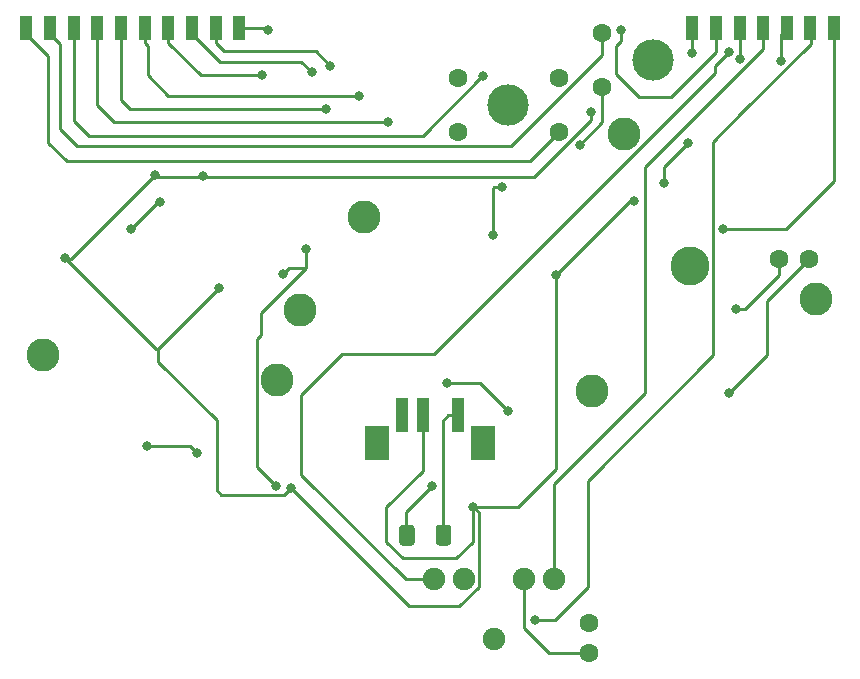
<source format=gbr>
G04 #@! TF.GenerationSoftware,KiCad,Pcbnew,5.1.9+dfsg1-1*
G04 #@! TF.CreationDate,2021-11-24T09:04:39+00:00*
G04 #@! TF.ProjectId,gbc_retrozero_buttons_led,6762635f-7265-4747-926f-7a65726f5f62,rev?*
G04 #@! TF.SameCoordinates,Original*
G04 #@! TF.FileFunction,Copper,L2,Bot*
G04 #@! TF.FilePolarity,Positive*
%FSLAX46Y46*%
G04 Gerber Fmt 4.6, Leading zero omitted, Abs format (unit mm)*
G04 Created by KiCad (PCBNEW 5.1.9+dfsg1-1) date 2021-11-24 09:04:39*
%MOMM*%
%LPD*%
G01*
G04 APERTURE LIST*
G04 #@! TA.AperFunction,ComponentPad*
%ADD10C,2.800000*%
G04 #@! TD*
G04 #@! TA.AperFunction,ComponentPad*
%ADD11C,3.300000*%
G04 #@! TD*
G04 #@! TA.AperFunction,ComponentPad*
%ADD12C,1.900000*%
G04 #@! TD*
G04 #@! TA.AperFunction,ComponentPad*
%ADD13C,1.600000*%
G04 #@! TD*
G04 #@! TA.AperFunction,ComponentPad*
%ADD14C,3.500000*%
G04 #@! TD*
G04 #@! TA.AperFunction,SMDPad,CuDef*
%ADD15R,1.000000X2.000000*%
G04 #@! TD*
G04 #@! TA.AperFunction,SMDPad,CuDef*
%ADD16R,1.000000X3.000000*%
G04 #@! TD*
G04 #@! TA.AperFunction,SMDPad,CuDef*
%ADD17R,2.000000X3.000000*%
G04 #@! TD*
G04 #@! TA.AperFunction,ViaPad*
%ADD18C,0.800000*%
G04 #@! TD*
G04 #@! TA.AperFunction,Conductor*
%ADD19C,0.250000*%
G04 #@! TD*
G04 APERTURE END LIST*
D10*
X222917300Y-91088460D03*
X241840300Y-83341460D03*
X225584300Y-69371460D03*
X203613300Y-76356460D03*
X198215800Y-84230460D03*
X176435300Y-88040460D03*
D11*
X231185000Y-80550000D03*
D10*
X196260000Y-90202000D03*
D12*
X214578480Y-112132360D03*
X212038480Y-107052360D03*
X209498480Y-107052360D03*
X217118480Y-107052360D03*
X219658480Y-107052360D03*
D13*
X238709200Y-79959200D03*
X241249200Y-79959200D03*
X211582000Y-69215000D03*
X211582000Y-64643000D03*
X220091000Y-69215000D03*
X220091000Y-64643000D03*
D14*
X215773000Y-66929000D03*
D13*
X223774000Y-60833000D03*
X223774000Y-65405000D03*
D14*
X228092000Y-63119000D03*
D15*
X181034720Y-60370000D03*
X183036240Y-60370000D03*
X185037760Y-60370000D03*
X187044360Y-60370000D03*
X189045880Y-60370000D03*
X179033200Y-60370000D03*
X191047400Y-60370000D03*
X193048920Y-60370000D03*
X177026600Y-60370000D03*
X175020000Y-60370000D03*
D13*
X222656400Y-113322100D03*
X222656400Y-110782100D03*
D15*
X235402120Y-60375800D03*
X237403640Y-60375800D03*
X239405160Y-60375800D03*
X241406680Y-60375800D03*
X243408200Y-60375800D03*
X233400600Y-60375800D03*
X231394000Y-60375800D03*
G04 #@! TA.AperFunction,SMDPad,CuDef*
G36*
G01*
X210987400Y-102692039D02*
X210987400Y-103942041D01*
G75*
G02*
X210737401Y-104192040I-249999J0D01*
G01*
X209937399Y-104192040D01*
G75*
G02*
X209687400Y-103942041I0J249999D01*
G01*
X209687400Y-102692039D01*
G75*
G02*
X209937399Y-102442040I249999J0D01*
G01*
X210737401Y-102442040D01*
G75*
G02*
X210987400Y-102692039I0J-249999D01*
G01*
G37*
G04 #@! TD.AperFunction*
G04 #@! TA.AperFunction,SMDPad,CuDef*
G36*
G01*
X207887400Y-102692039D02*
X207887400Y-103942041D01*
G75*
G02*
X207637401Y-104192040I-249999J0D01*
G01*
X206837399Y-104192040D01*
G75*
G02*
X206587400Y-103942041I0J249999D01*
G01*
X206587400Y-102692039D01*
G75*
G02*
X206837399Y-102442040I249999J0D01*
G01*
X207637401Y-102442040D01*
G75*
G02*
X207887400Y-102692039I0J-249999D01*
G01*
G37*
G04 #@! TD.AperFunction*
D16*
X211571840Y-93169740D03*
X206860140Y-93169740D03*
X208561940Y-93169740D03*
D17*
X213705440Y-95549720D03*
X204739240Y-95519240D03*
D18*
X195465700Y-60566300D03*
X218122500Y-110464600D03*
X234467400Y-62445900D03*
X238899700Y-63182500D03*
X200761600Y-63563500D03*
X199199500Y-64109600D03*
X195008500Y-64363600D03*
X213677500Y-64427100D03*
X205651100Y-68326000D03*
X200418700Y-67208400D03*
X203174600Y-66116200D03*
X234505500Y-91274900D03*
X235458000Y-62992000D03*
X225348800Y-60502800D03*
X235064300Y-84137500D03*
X221856300Y-70269100D03*
X185267600Y-95745300D03*
X189433200Y-96329500D03*
X233997500Y-77381100D03*
X210629500Y-90436700D03*
X215773000Y-92760800D03*
X209359500Y-99160500D03*
X231368600Y-62458600D03*
X183896000Y-77393800D03*
X186359800Y-75095100D03*
X196151500Y-99148900D03*
X215290400Y-73825100D03*
X214515700Y-77939900D03*
X198653400Y-79070200D03*
X196748400Y-81229200D03*
X222821500Y-67462400D03*
X185915300Y-72783700D03*
X197408800Y-99301300D03*
X212813900Y-100888800D03*
X219887800Y-81267300D03*
X226490002Y-74993500D03*
X228968300Y-73482200D03*
X231013000Y-70078600D03*
X178308000Y-79857600D03*
X191350900Y-82346800D03*
X190003003Y-72886997D03*
D19*
X193048920Y-60370000D02*
X195269400Y-60370000D01*
X195269400Y-60370000D02*
X195465700Y-60566300D01*
X217118480Y-107052360D02*
X217118480Y-111149680D01*
X219290900Y-113322100D02*
X222656400Y-113322100D01*
X217118480Y-111149680D02*
X219290900Y-113322100D01*
X241408480Y-61746722D02*
X235642002Y-67513200D01*
X241408480Y-60370000D02*
X241408480Y-61746722D01*
X233160001Y-88087597D02*
X222554800Y-98692798D01*
X235642002Y-67513200D02*
X233160001Y-69995201D01*
X233160001Y-69995201D02*
X233160001Y-88087597D01*
X222554800Y-98692798D02*
X222554800Y-107708700D01*
X222554800Y-107708700D02*
X219798900Y-110464600D01*
X219798900Y-110464600D02*
X218122500Y-110464600D01*
X209498480Y-88010282D02*
X233286300Y-64222462D01*
X233286300Y-64222462D02*
X233286300Y-63627000D01*
X233286300Y-63627000D02*
X234467400Y-62445900D01*
X238899700Y-60877260D02*
X239406960Y-60370000D01*
X238899700Y-63182500D02*
X238899700Y-60877260D01*
X209498480Y-88010282D02*
X201727518Y-88010282D01*
X201727518Y-88010282D02*
X198297800Y-91440000D01*
X198297800Y-91440000D02*
X198297800Y-98183700D01*
X207166460Y-107052360D02*
X209498480Y-107052360D01*
X198297800Y-98183700D02*
X207166460Y-107052360D01*
X191047400Y-61620000D02*
X191771700Y-62344300D01*
X191047400Y-60370000D02*
X191047400Y-61620000D01*
X191771700Y-62344300D02*
X199542400Y-62344300D01*
X199542400Y-62344300D02*
X200761600Y-63563500D01*
X189045880Y-60870000D02*
X191396480Y-63220600D01*
X189045880Y-60370000D02*
X189045880Y-60870000D01*
X191396480Y-63220600D02*
X198310500Y-63220600D01*
X198310500Y-63220600D02*
X199199500Y-64109600D01*
X190954478Y-64363600D02*
X195008500Y-64363600D01*
X189787960Y-64363600D02*
X190954478Y-64363600D01*
X187044360Y-61620000D02*
X189787960Y-64363600D01*
X187044360Y-60370000D02*
X187044360Y-61620000D01*
X179033200Y-60370000D02*
X179033200Y-68213000D01*
X179033200Y-68213000D02*
X180314600Y-69494400D01*
X180314600Y-69494400D02*
X208559400Y-69494400D01*
X208559400Y-69494400D02*
X213626700Y-64427100D01*
X213626700Y-64427100D02*
X213677500Y-64427100D01*
X181034720Y-60370000D02*
X181034720Y-66912520D01*
X181034720Y-66912520D02*
X182448200Y-68326000D01*
X182448200Y-68326000D02*
X205651100Y-68326000D01*
X183036240Y-60370000D02*
X183036240Y-66475640D01*
X183036240Y-66475640D02*
X183769000Y-67208400D01*
X183769000Y-67208400D02*
X200418700Y-67208400D01*
X185037760Y-61620000D02*
X185293000Y-61875240D01*
X185037760Y-60370000D02*
X185037760Y-61620000D01*
X185293000Y-61875240D02*
X185293000Y-64389000D01*
X187020200Y-66116200D02*
X191719200Y-66116200D01*
X185293000Y-64389000D02*
X187020200Y-66116200D01*
X191719200Y-66116200D02*
X203174600Y-66116200D01*
X219658480Y-98997220D02*
X219658480Y-107052360D01*
X227418900Y-72104102D02*
X227418900Y-91236800D01*
X237405440Y-60370000D02*
X237405440Y-62117562D01*
X227418900Y-91236800D02*
X219658480Y-98997220D01*
X237405440Y-62117562D02*
X227418900Y-72104102D01*
X241249200Y-79959200D02*
X237693200Y-83515200D01*
X237693200Y-88087200D02*
X234505500Y-91274900D01*
X237693200Y-83515200D02*
X237693200Y-88087200D01*
X235458000Y-60424080D02*
X235403920Y-60370000D01*
X235458000Y-62992000D02*
X235458000Y-60424080D01*
X233400600Y-60375800D02*
X233400600Y-62382400D01*
X233400600Y-62382400D02*
X229565200Y-66217800D01*
X229565200Y-66217800D02*
X226872800Y-66217800D01*
X226872800Y-66217800D02*
X224917000Y-64262000D01*
X224917000Y-64262000D02*
X224917000Y-61887100D01*
X225348800Y-61455300D02*
X225348800Y-60502800D01*
X224917000Y-61887100D02*
X225348800Y-61455300D01*
X217639900Y-71666100D02*
X220091000Y-69215000D01*
X176872900Y-70116700D02*
X178422300Y-71666100D01*
X176872900Y-62722900D02*
X176872900Y-70116700D01*
X175020000Y-60870000D02*
X176872900Y-62722900D01*
X178422300Y-71666100D02*
X217639900Y-71666100D01*
X175020000Y-60370000D02*
X175020000Y-60870000D01*
X177026600Y-60370000D02*
X177026600Y-60870000D01*
X177026600Y-60870000D02*
X177888900Y-61732300D01*
X177888900Y-61732300D02*
X177888900Y-68935600D01*
X223774000Y-61964370D02*
X223774000Y-60833000D01*
X223774000Y-62625002D02*
X223774000Y-61964370D01*
X216059001Y-70340001D02*
X223774000Y-62625002D01*
X179293301Y-70340001D02*
X216059001Y-70340001D01*
X177888900Y-68935600D02*
X179293301Y-70340001D01*
X238709200Y-79959200D02*
X238709200Y-81254600D01*
X235826300Y-84137500D02*
X235064300Y-84137500D01*
X238709200Y-81254600D02*
X235826300Y-84137500D01*
X223774000Y-65405000D02*
X223774000Y-68351400D01*
X223774000Y-68351400D02*
X221856300Y-70269100D01*
X185267600Y-95745300D02*
X188849000Y-95745300D01*
X188849000Y-95745300D02*
X189433200Y-96329500D01*
X243408200Y-60375800D02*
X243408200Y-73304400D01*
X243408200Y-73304400D02*
X239331500Y-77381100D01*
X235610400Y-77381100D02*
X233997500Y-77381100D01*
X239331500Y-77381100D02*
X235610400Y-77381100D01*
X213448900Y-90436700D02*
X215773000Y-92760800D01*
X210629500Y-90436700D02*
X213448900Y-90436700D01*
X207161200Y-103240840D02*
X207237400Y-103317040D01*
X207161200Y-101358800D02*
X207161200Y-103240840D01*
X209359500Y-99160500D02*
X207161200Y-101358800D01*
X231394000Y-62433200D02*
X231368600Y-62458600D01*
X231394000Y-60375800D02*
X231394000Y-62433200D01*
X186194700Y-75095100D02*
X186359800Y-75095100D01*
X183896000Y-77393800D02*
X186194700Y-75095100D01*
X194534999Y-86681101D02*
X194881500Y-86334600D01*
X194534999Y-97532399D02*
X194534999Y-86681101D01*
X196151500Y-99148900D02*
X194534999Y-97532399D01*
X214591900Y-73825100D02*
X215290400Y-73825100D01*
X214515700Y-73901300D02*
X214591900Y-73825100D01*
X214515700Y-77939900D02*
X214515700Y-73901300D01*
X194881500Y-86334600D02*
X194881500Y-84505800D01*
X198653400Y-80733900D02*
X198653400Y-79070200D01*
X197650100Y-81737200D02*
X197662800Y-81737200D01*
X197662800Y-81737200D02*
X197688200Y-81711800D01*
X194881500Y-84505800D02*
X197650100Y-81737200D01*
X197650100Y-81737200D02*
X198653400Y-80733900D01*
X197243700Y-80733900D02*
X198653400Y-80733900D01*
X196748400Y-81229200D02*
X197243700Y-80733900D01*
X217971402Y-72999600D02*
X214020400Y-72999600D01*
X222821500Y-68149502D02*
X217971402Y-72999600D01*
X222821500Y-67462400D02*
X222821500Y-68149502D01*
X186131200Y-72999600D02*
X185915300Y-72783700D01*
X196836199Y-99873901D02*
X191504401Y-99873901D01*
X197408800Y-99301300D02*
X196836199Y-99873901D01*
X191504401Y-99873901D02*
X191122300Y-99491800D01*
X191122300Y-93599000D02*
X186169300Y-88646000D01*
X191122300Y-99491800D02*
X191122300Y-93599000D01*
X197408800Y-99301300D02*
X207403700Y-109296200D01*
X213313481Y-101388381D02*
X212813900Y-100888800D01*
X213313481Y-107664361D02*
X213313481Y-101388381D01*
X211681642Y-109296200D02*
X213313481Y-107664361D01*
X207403700Y-109296200D02*
X211681642Y-109296200D01*
X212813900Y-100888800D02*
X216674700Y-100888800D01*
X219887800Y-97675700D02*
X219887800Y-81267300D01*
X216674700Y-100888800D02*
X219887800Y-97675700D01*
X226161600Y-74993500D02*
X226490002Y-74993500D01*
X219887800Y-81267300D02*
X226161600Y-74993500D01*
X185915300Y-72783700D02*
X178803300Y-79895700D01*
X178346100Y-79895700D02*
X178308000Y-79857600D01*
X178803300Y-79895700D02*
X178346100Y-79895700D01*
X186169300Y-87528400D02*
X191350900Y-82346800D01*
X186169300Y-88646000D02*
X186169300Y-87528400D01*
X185978800Y-87528400D02*
X186169300Y-87528400D01*
X178308000Y-79857600D02*
X185978800Y-87528400D01*
X189992000Y-72898000D02*
X190003003Y-72886997D01*
X214020400Y-72999600D02*
X189992000Y-72999600D01*
X189992000Y-72999600D02*
X189992000Y-72898000D01*
X189992000Y-72999600D02*
X186131200Y-72999600D01*
X228968300Y-72123300D02*
X231013000Y-70078600D01*
X228968300Y-73482200D02*
X228968300Y-72123300D01*
X206867760Y-105283000D02*
X211424520Y-105283000D01*
X205473300Y-103888540D02*
X206867760Y-105283000D01*
X211424520Y-105283000D02*
X212813900Y-103893620D01*
X205473300Y-100965000D02*
X205473300Y-103888540D01*
X208559400Y-97878900D02*
X205473300Y-100965000D01*
X212813900Y-103893620D02*
X212813900Y-100888800D01*
X208559400Y-93167200D02*
X208559400Y-97878900D01*
X210261200Y-103240840D02*
X210337400Y-103317040D01*
X210261200Y-93662500D02*
X210261200Y-103240840D01*
X210756500Y-93167200D02*
X210261200Y-93662500D01*
X211569300Y-93167200D02*
X210756500Y-93167200D01*
M02*

</source>
